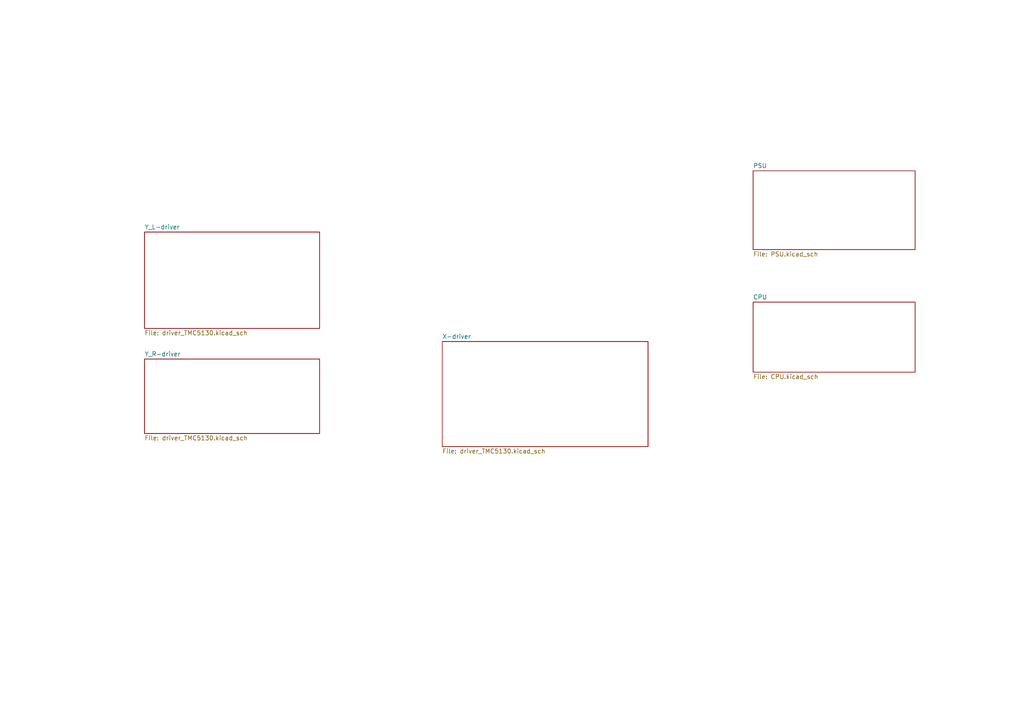
<source format=kicad_sch>
(kicad_sch
	(version 20250114)
	(generator "eeschema")
	(generator_version "9.0")
	(uuid "a02e5dd1-80da-4253-b87a-c8707aa3e0b0")
	(paper "A4")
	(lib_symbols)
	(sheet
		(at 41.91 104.14)
		(size 50.8 21.59)
		(exclude_from_sim no)
		(in_bom yes)
		(on_board yes)
		(dnp no)
		(fields_autoplaced yes)
		(stroke
			(width 0.1524)
			(type solid)
		)
		(fill
			(color 0 0 0 0.0000)
		)
		(uuid "587aa0d5-267c-4288-a48c-61def213ea86")
		(property "Sheetname" "Y_R-driver"
			(at 41.91 103.4284 0)
			(effects
				(font
					(size 1.27 1.27)
				)
				(justify left bottom)
			)
		)
		(property "Sheetfile" "driver_TMC5130.kicad_sch"
			(at 41.91 126.3146 0)
			(effects
				(font
					(size 1.27 1.27)
				)
				(justify left top)
			)
		)
		(instances
			(project "pnp32_mainboard"
				(path "/a02e5dd1-80da-4253-b87a-c8707aa3e0b0"
					(page "6")
				)
			)
		)
	)
	(sheet
		(at 41.91 67.31)
		(size 50.8 27.94)
		(exclude_from_sim no)
		(in_bom yes)
		(on_board yes)
		(dnp no)
		(fields_autoplaced yes)
		(stroke
			(width 0.1524)
			(type solid)
		)
		(fill
			(color 0 0 0 0.0000)
		)
		(uuid "9805ec31-9a99-4e4b-a625-8fd11a9a458a")
		(property "Sheetname" "Y_L-driver"
			(at 41.91 66.5984 0)
			(effects
				(font
					(size 1.27 1.27)
				)
				(justify left bottom)
			)
		)
		(property "Sheetfile" "driver_TMC5130.kicad_sch"
			(at 41.91 95.8346 0)
			(effects
				(font
					(size 1.27 1.27)
				)
				(justify left top)
			)
		)
		(instances
			(project "pnp32_mainboard"
				(path "/a02e5dd1-80da-4253-b87a-c8707aa3e0b0"
					(page "5")
				)
			)
		)
	)
	(sheet
		(at 128.27 99.06)
		(size 59.69 30.48)
		(exclude_from_sim no)
		(in_bom yes)
		(on_board yes)
		(dnp no)
		(fields_autoplaced yes)
		(stroke
			(width 0.1524)
			(type solid)
		)
		(fill
			(color 0 0 0 0.0000)
		)
		(uuid "9eb8d42e-6154-4c2e-a139-649ab80f1930")
		(property "Sheetname" "X-driver"
			(at 128.27 98.3484 0)
			(effects
				(font
					(size 1.27 1.27)
				)
				(justify left bottom)
			)
		)
		(property "Sheetfile" "driver_TMC5130.kicad_sch"
			(at 128.27 130.1246 0)
			(effects
				(font
					(size 1.27 1.27)
				)
				(justify left top)
			)
		)
		(instances
			(project "pnp32_mainboard"
				(path "/a02e5dd1-80da-4253-b87a-c8707aa3e0b0"
					(page "4")
				)
			)
		)
	)
	(sheet
		(at 218.44 49.53)
		(size 46.99 22.86)
		(exclude_from_sim no)
		(in_bom yes)
		(on_board yes)
		(dnp no)
		(fields_autoplaced yes)
		(stroke
			(width 0.1524)
			(type solid)
		)
		(fill
			(color 0 0 0 0.0000)
		)
		(uuid "b696c662-a0ae-4875-8bcc-e64579bb61ab")
		(property "Sheetname" "PSU"
			(at 218.44 48.8184 0)
			(effects
				(font
					(size 1.27 1.27)
				)
				(justify left bottom)
			)
		)
		(property "Sheetfile" "PSU.kicad_sch"
			(at 218.44 72.9746 0)
			(effects
				(font
					(size 1.27 1.27)
				)
				(justify left top)
			)
		)
		(instances
			(project "pnp32_mainboard"
				(path "/a02e5dd1-80da-4253-b87a-c8707aa3e0b0"
					(page "2")
				)
			)
		)
	)
	(sheet
		(at 218.44 87.63)
		(size 46.99 20.32)
		(exclude_from_sim no)
		(in_bom yes)
		(on_board yes)
		(dnp no)
		(fields_autoplaced yes)
		(stroke
			(width 0.1524)
			(type solid)
		)
		(fill
			(color 0 0 0 0.0000)
		)
		(uuid "eda22078-57de-46ea-97af-750f30856e60")
		(property "Sheetname" "CPU"
			(at 218.44 86.9184 0)
			(effects
				(font
					(size 1.27 1.27)
				)
				(justify left bottom)
			)
		)
		(property "Sheetfile" "CPU.kicad_sch"
			(at 218.44 108.5346 0)
			(effects
				(font
					(size 1.27 1.27)
				)
				(justify left top)
			)
		)
		(instances
			(project "pnp32_mainboard"
				(path "/a02e5dd1-80da-4253-b87a-c8707aa3e0b0"
					(page "3")
				)
			)
		)
	)
	(sheet_instances
		(path "/"
			(page "1")
		)
	)
	(embedded_fonts no)
)

</source>
